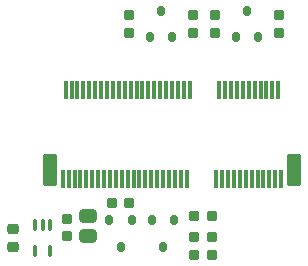
<source format=gbr>
%TF.GenerationSoftware,KiCad,Pcbnew,9.0.0*%
%TF.CreationDate,2025-03-01T15:32:50-05:00*%
%TF.ProjectId,mPCIE-to-M_2_E-Key,6d504349-452d-4746-9f2d-4d5f325f452d,rev?*%
%TF.SameCoordinates,Original*%
%TF.FileFunction,Paste,Top*%
%TF.FilePolarity,Positive*%
%FSLAX46Y46*%
G04 Gerber Fmt 4.6, Leading zero omitted, Abs format (unit mm)*
G04 Created by KiCad (PCBNEW 9.0.0) date 2025-03-01 15:32:50*
%MOMM*%
%LPD*%
G01*
G04 APERTURE LIST*
G04 Aperture macros list*
%AMRoundRect*
0 Rectangle with rounded corners*
0 $1 Rounding radius*
0 $2 $3 $4 $5 $6 $7 $8 $9 X,Y pos of 4 corners*
0 Add a 4 corners polygon primitive as box body*
4,1,4,$2,$3,$4,$5,$6,$7,$8,$9,$2,$3,0*
0 Add four circle primitives for the rounded corners*
1,1,$1+$1,$2,$3*
1,1,$1+$1,$4,$5*
1,1,$1+$1,$6,$7*
1,1,$1+$1,$8,$9*
0 Add four rect primitives between the rounded corners*
20,1,$1+$1,$2,$3,$4,$5,0*
20,1,$1+$1,$4,$5,$6,$7,0*
20,1,$1+$1,$6,$7,$8,$9,0*
20,1,$1+$1,$8,$9,$2,$3,0*%
G04 Aperture macros list end*
%ADD10RoundRect,0.075000X0.075000X0.700000X-0.075000X0.700000X-0.075000X-0.700000X0.075000X-0.700000X0*%
%ADD11RoundRect,0.250000X0.350000X1.125000X-0.350000X1.125000X-0.350000X-1.125000X0.350000X-1.125000X0*%
%ADD12RoundRect,0.205000X-0.259500X0.205000X-0.259500X-0.205000X0.259500X-0.205000X0.259500X0.205000X0*%
%ADD13RoundRect,0.205000X0.259500X-0.205000X0.259500X0.205000X-0.259500X0.205000X-0.259500X-0.205000X0*%
%ADD14RoundRect,0.205000X0.205000X0.259500X-0.205000X0.259500X-0.205000X-0.259500X0.205000X-0.259500X0*%
%ADD15RoundRect,0.152250X0.152250X-0.260750X0.152250X0.260750X-0.152250X0.260750X-0.152250X-0.260750X0*%
%ADD16RoundRect,0.152250X-0.152250X0.260750X-0.152250X-0.260750X0.152250X-0.260750X0.152250X0.260750X0*%
%ADD17RoundRect,0.278750X0.453750X-0.278750X0.453750X0.278750X-0.453750X0.278750X-0.453750X-0.278750X0*%
%ADD18RoundRect,0.205000X-0.205000X-0.259500X0.205000X-0.259500X0.205000X0.259500X-0.205000X0.259500X0*%
%ADD19RoundRect,0.100000X-0.100000X0.375000X-0.100000X-0.375000X0.100000X-0.375000X0.100000X0.375000X0*%
%ADD20RoundRect,0.217750X0.267250X-0.217750X0.267250X0.217750X-0.267250X0.217750X-0.267250X-0.217750X0*%
G04 APERTURE END LIST*
D10*
%TO.C,J2*%
X143100000Y-117775000D03*
X142850000Y-110225000D03*
X142600000Y-117775000D03*
X142350000Y-110225000D03*
X142100000Y-117775000D03*
X141850000Y-110225000D03*
X141600000Y-117775000D03*
X141350000Y-110225000D03*
X141100000Y-117775000D03*
X140850000Y-110225000D03*
X140600000Y-117775000D03*
X140350000Y-110225000D03*
X140100000Y-117775000D03*
X139850000Y-110225000D03*
X139600000Y-117775000D03*
X139350000Y-110225000D03*
X139100000Y-117775000D03*
X138850000Y-110225000D03*
X138600000Y-117775000D03*
X138350000Y-110225000D03*
X138100000Y-117775000D03*
X137850000Y-110225000D03*
X137600000Y-117775000D03*
X135350000Y-110225000D03*
X135100000Y-117775000D03*
X134850000Y-110225000D03*
X134600000Y-117775000D03*
X134350000Y-110225000D03*
X134100000Y-117775000D03*
X133850000Y-110225000D03*
X133600000Y-117775000D03*
X133350000Y-110225000D03*
X133100000Y-117775000D03*
X132850000Y-110225000D03*
X132600000Y-117775000D03*
X132350000Y-110225000D03*
X132100000Y-117775000D03*
X131850000Y-110225000D03*
X131600000Y-117775000D03*
X131350000Y-110225000D03*
X131100000Y-117775000D03*
X130850000Y-110225000D03*
X130600000Y-117775000D03*
X130350000Y-110225000D03*
X130100000Y-117775000D03*
X129850000Y-110225000D03*
X129600000Y-117775000D03*
X129350000Y-110225000D03*
X129100000Y-117775000D03*
X128850000Y-110225000D03*
X128600000Y-117775000D03*
X128350000Y-110225000D03*
X128100000Y-117775000D03*
X127850000Y-110225000D03*
X127600000Y-117775000D03*
X127350000Y-110225000D03*
X127100000Y-117775000D03*
X126850000Y-110225000D03*
X126600000Y-117775000D03*
X126350000Y-110225000D03*
X126100000Y-117775000D03*
X125850000Y-110225000D03*
X125600000Y-117775000D03*
X125350000Y-110225000D03*
X125100000Y-117775000D03*
X124850000Y-110225000D03*
X124600000Y-117775000D03*
D11*
X144200000Y-117000000D03*
X123500000Y-117000000D03*
%TD*%
D12*
%TO.C,R9*%
X135600000Y-103845000D03*
X135600000Y-105355000D03*
%TD*%
D13*
%TO.C,R7*%
X130200000Y-105355000D03*
X130200000Y-103845000D03*
%TD*%
D12*
%TO.C,R8*%
X137500000Y-103845000D03*
X137500000Y-105355000D03*
%TD*%
D14*
%TO.C,R3*%
X130255000Y-119800000D03*
X128745000Y-119800000D03*
%TD*%
D15*
%TO.C,Q3*%
X139250000Y-105713000D03*
X141150000Y-105713000D03*
X140200000Y-103487000D03*
%TD*%
D16*
%TO.C,Q1*%
X130450000Y-121237000D03*
X128550000Y-121237000D03*
X129500000Y-123463000D03*
%TD*%
%TO.C,Q2*%
X134050000Y-121237000D03*
X132150000Y-121237000D03*
X133100000Y-123463000D03*
%TD*%
D13*
%TO.C,R1*%
X137250000Y-124155000D03*
X137250000Y-122645000D03*
%TD*%
D17*
%TO.C,C2*%
X126750000Y-122550000D03*
X126750000Y-120850000D03*
%TD*%
D18*
%TO.C,R4*%
X135745000Y-120900000D03*
X137255000Y-120900000D03*
%TD*%
D19*
%TO.C,U1*%
X123550000Y-121650000D03*
X122900000Y-121650000D03*
X122250000Y-121650000D03*
X122250000Y-123850000D03*
X123550000Y-123850000D03*
%TD*%
D13*
%TO.C,R6*%
X142900000Y-105355000D03*
X142900000Y-103845000D03*
%TD*%
D15*
%TO.C,Q4*%
X131950000Y-105713000D03*
X133850000Y-105713000D03*
X132900000Y-103487000D03*
%TD*%
D13*
%TO.C,R5*%
X125000000Y-122605000D03*
X125000000Y-121095000D03*
%TD*%
%TO.C,R2*%
X135750000Y-124155000D03*
X135750000Y-122645000D03*
%TD*%
D20*
%TO.C,C1*%
X120400000Y-123500000D03*
X120400000Y-122000000D03*
%TD*%
M02*

</source>
